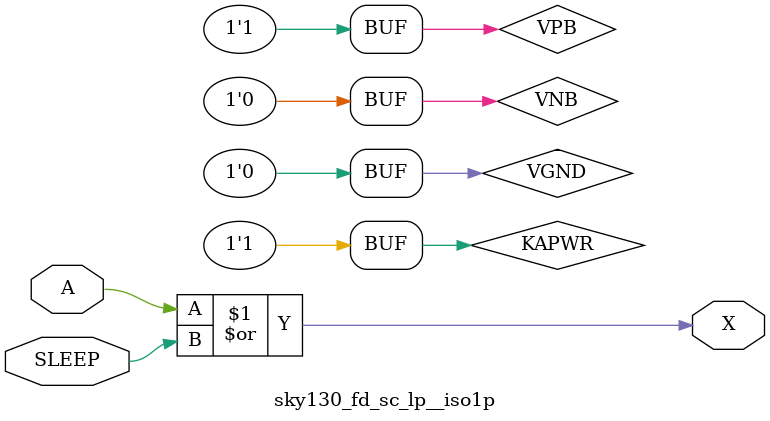
<source format=v>
/*
 * Copyright 2020 The SkyWater PDK Authors
 *
 * Licensed under the Apache License, Version 2.0 (the "License");
 * you may not use this file except in compliance with the License.
 * You may obtain a copy of the License at
 *
 *     https://www.apache.org/licenses/LICENSE-2.0
 *
 * Unless required by applicable law or agreed to in writing, software
 * distributed under the License is distributed on an "AS IS" BASIS,
 * WITHOUT WARRANTIES OR CONDITIONS OF ANY KIND, either express or implied.
 * See the License for the specific language governing permissions and
 * limitations under the License.
 *
 * SPDX-License-Identifier: Apache-2.0
*/


`ifndef SKY130_FD_SC_LP__ISO1P_BEHAVIORAL_V
`define SKY130_FD_SC_LP__ISO1P_BEHAVIORAL_V

/**
 * iso1p: ????.
 *
 * Verilog simulation functional model.
 */

`timescale 1ns / 1ps
`default_nettype none

`celldefine
module sky130_fd_sc_lp__iso1p (
    X    ,
    A    ,
    SLEEP
);

    // Module ports
    output X    ;
    input  A    ;
    input  SLEEP;

    // Module supplies
    supply1 KAPWR;
    supply0 VGND ;
    supply1 VPB  ;
    supply0 VNB  ;

    //  Name  Output  Other arguments
    or  or0  (X     , A, SLEEP       );

endmodule
`endcelldefine

`default_nettype wire
`endif  // SKY130_FD_SC_LP__ISO1P_BEHAVIORAL_V
</source>
